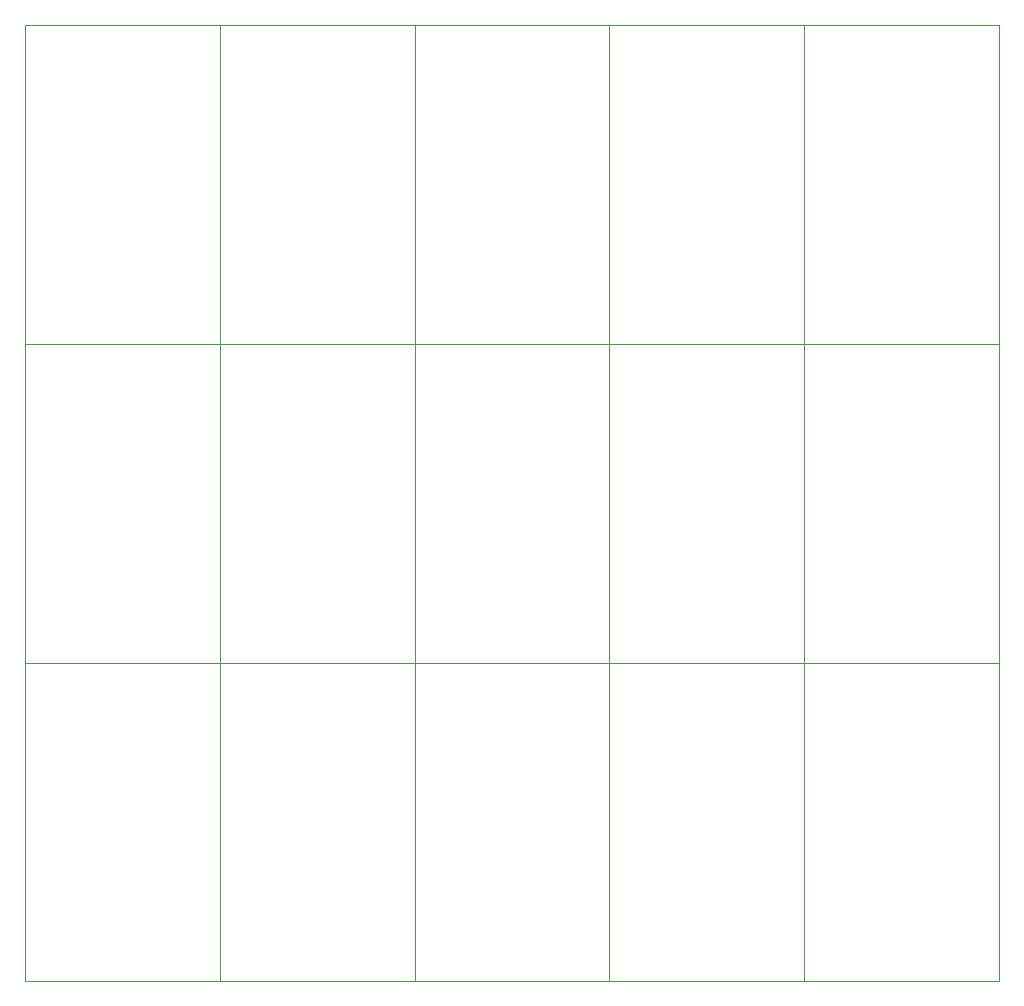
<source format=gbr>
%TF.GenerationSoftware,KiCad,Pcbnew,(6.0.7)*%
%TF.CreationDate,2023-02-25T07:44:42+08:00*%
%TF.ProjectId,BoardCoverter,426f6172-6443-46f7-9665-727465722e6b,rev?*%
%TF.SameCoordinates,Original*%
%TF.FileFunction,Profile,NP*%
%FSLAX46Y46*%
G04 Gerber Fmt 4.6, Leading zero omitted, Abs format (unit mm)*
G04 Created by KiCad (PCBNEW (6.0.7)) date 2023-02-25 07:44:42*
%MOMM*%
%LPD*%
G01*
G04 APERTURE LIST*
%TA.AperFunction,Profile*%
%ADD10C,0.100000*%
%TD*%
G04 APERTURE END LIST*
D10*
X103412500Y-86087500D02*
X103412500Y-113087500D01*
X136392500Y-113087500D02*
X136392500Y-140087500D01*
X119902500Y-113087500D02*
X119902500Y-140087500D01*
X152882500Y-140087500D02*
X169372500Y-140087500D01*
X169372500Y-113087500D02*
X169372500Y-140087500D01*
X152882500Y-86087500D02*
X152882500Y-113087500D01*
X119902500Y-113087500D02*
X103412500Y-113087500D01*
X152882500Y-59087500D02*
X136392500Y-59087500D01*
X136392500Y-113087500D02*
X152882500Y-113087500D01*
X152882500Y-113087500D02*
X152882500Y-140087500D01*
X103412500Y-113087500D02*
X103412500Y-140087500D01*
X136392500Y-59087500D02*
X136392500Y-86087500D01*
X152882500Y-86087500D02*
X152882500Y-113087500D01*
X136392500Y-59087500D02*
X119902500Y-59087500D01*
X103412500Y-86087500D02*
X119902500Y-86087500D01*
X152882500Y-113087500D02*
X152882500Y-140087500D01*
X185862500Y-86087500D02*
X185862500Y-113087500D01*
X136392500Y-113087500D02*
X119902500Y-113087500D01*
X169372500Y-86087500D02*
X152882500Y-86087500D01*
X136392500Y-86087500D02*
X136392500Y-113087500D01*
X136392500Y-86087500D02*
X136392500Y-113087500D01*
X185862500Y-113087500D02*
X185862500Y-140087500D01*
X169372500Y-86087500D02*
X185862500Y-86087500D01*
X136392500Y-86087500D02*
X152882500Y-86087500D01*
X152882500Y-113087500D02*
X136392500Y-113087500D01*
X119902500Y-59087500D02*
X119902500Y-86087500D01*
X185862500Y-113087500D02*
X169372500Y-113087500D01*
X169372500Y-59087500D02*
X152882500Y-59087500D01*
X185862500Y-59087500D02*
X169372500Y-59087500D01*
X185862500Y-59087500D02*
X185862500Y-86087500D01*
X136392500Y-140087500D02*
X152882500Y-140087500D01*
X169372500Y-113087500D02*
X185862500Y-113087500D01*
X103412500Y-59087500D02*
X103412500Y-86087500D01*
X119902500Y-86087500D02*
X103412500Y-86087500D01*
X119902500Y-113087500D02*
X119902500Y-140087500D01*
X136392500Y-59087500D02*
X136392500Y-86087500D01*
X152882500Y-86087500D02*
X136392500Y-86087500D01*
X119902500Y-86087500D02*
X119902500Y-113087500D01*
X103412500Y-140087500D02*
X119902500Y-140087500D01*
X119902500Y-140087500D02*
X136392500Y-140087500D01*
X119902500Y-59087500D02*
X119902500Y-86087500D01*
X152882500Y-59087500D02*
X152882500Y-86087500D01*
X119902500Y-86087500D02*
X119902500Y-113087500D01*
X136392500Y-86087500D02*
X119902500Y-86087500D01*
X119902500Y-86087500D02*
X136392500Y-86087500D01*
X169372500Y-113087500D02*
X152882500Y-113087500D01*
X103412500Y-113087500D02*
X119902500Y-113087500D01*
X169372500Y-140087500D02*
X185862500Y-140087500D01*
X169372500Y-59087500D02*
X169372500Y-86087500D01*
X169372500Y-113087500D02*
X169372500Y-140087500D01*
X169372500Y-86087500D02*
X169372500Y-113087500D01*
X136392500Y-113087500D02*
X136392500Y-140087500D01*
X169372500Y-59087500D02*
X169372500Y-86087500D01*
X152882500Y-59087500D02*
X152882500Y-86087500D01*
X152882500Y-86087500D02*
X169372500Y-86087500D01*
X119902500Y-113087500D02*
X136392500Y-113087500D01*
X119902500Y-59087500D02*
X103412500Y-59087500D01*
X169372500Y-86087500D02*
X169372500Y-113087500D01*
X185862500Y-86087500D02*
X169372500Y-86087500D01*
X152882500Y-113087500D02*
X169372500Y-113087500D01*
M02*

</source>
